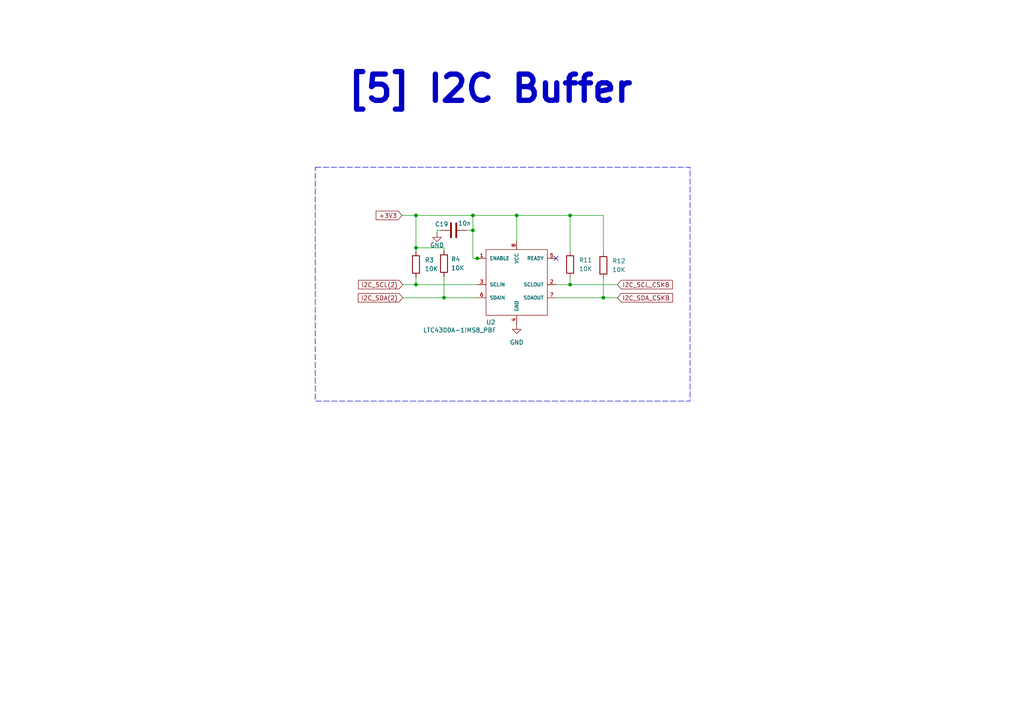
<source format=kicad_sch>
(kicad_sch (version 20250114) (generator "eeschema") (generator_version "9.0")
  (paper "A4")
  (lib_symbols
    (symbol "Device:C" (pin_numbers (hide yes)) (pin_names (offset 0.254))
      (property "Reference" "C" (at 0.635 2.54 0))
      (property "Value" "C" (at 0.635 -2.54 0))
      (symbol "C_0_1"
        (polyline (pts (xy -2.032 0.762) (xy 2.032 0.762)) (stroke (width 0.508)))
        (polyline (pts (xy -2.032 -0.762) (xy 2.032 -0.762)) (stroke (width 0.508)))
      )
      (symbol "C_1_1"
        (pin passive line (at 0 3.81 270) (length 2.794) (name "~") (number "1"))
        (pin passive line (at 0 -3.81 90) (length 2.794) (name "~") (number "2"))
      )
    )
    (symbol "Device:R" (pin_numbers (hide yes)) (pin_names (offset 0))
      (property "Reference" "R" (at 2.032 0 90))
      (property "Value" "R" (at 0 0 90))
      (symbol "R_0_1"
        (rectangle (start -1.016 -2.54) (end 1.016 2.54) (stroke (width 0.254)))
      )
      (symbol "R_1_1"
        (pin passive line (at 0 3.81 270) (length 1.27) (name "~") (number "1"))
        (pin passive line (at 0 -3.81 90) (length 1.27) (name "~") (number "2"))
      )
    )
    (symbol "capstone:LTC4300A-1IMS8_PBF" (pin_names (offset 1.016))
      (property "Reference" "U" (at 20.066 12.446 0))
      (property "Value" "LTC4300A-1IMS8_PBF" (at 20.066 9.144 0))
      (symbol "LTC4300A-1IMS8_PBF_0_0"
        (polyline (pts (xy 7.62 6.35) (xy 7.62 -12.7)) (stroke (width 0.1524)))
        (polyline (pts (xy 7.62 -12.7) (xy 25.4 -12.7)) (stroke (width 0.1524)))
        (polyline (pts (xy 25.4 6.35) (xy 7.62 6.35)) (stroke (width 0.1524)))
        (polyline (pts (xy 25.4 -12.7) (xy 25.4 6.35)) (stroke (width 0.1524)))
        (pin power_in line (at 16.51 8.89 270) (length 2.54) (name "VCC") (number "8"))
      )
      (symbol "LTC4300A-1IMS8_PBF_1_0"
        (pin bidirectional line (at 5.08 3.81 0) (length 2.54) (name "ENABLE") (number "1"))
        (pin input line (at 5.08 -3.81 0) (length 2.54) (name "SCLIN") (number "3"))
        (pin input line (at 5.08 -7.62 0) (length 2.54) (name "SDAIN") (number "6"))
        (pin power_in line (at 16.51 -15.24 90) (length 2.54) (name "GND") (number "4"))
        (pin bidirectional line (at 27.94 3.81 180) (length 2.54) (name "READY") (number "5"))
        (pin output line (at 27.94 -3.81 180) (length 2.54) (name "SCLOUT") (number "2"))
        (pin output line (at 27.94 -7.62 180) (length 2.54) (name "SDAOUT") (number "7"))
      )
    )
    (symbol "power:GND" (power) (pin_numbers (hide yes)) (pin_names (offset 0) (hide yes))
      (property "Value" "GND" (at 0 -3.81 0))
      (symbol "GND_0_1"
        (polyline (pts (xy 0 0) (xy 0 -1.27) (xy 1.27 -1.27) (xy 0 -2.54) (xy -1.27 -1.27) (xy 0 -1.27)))
      )
      (symbol "GND_1_1"
        (pin power_in line (at 0 0 270) (length 0) (name "~") (number "1"))
      )
    )
  )
  (rectangle (start 91.44 48.514) (end 200.152 116.332) (stroke (width 0) (type dash)))
  (text "[5] I2C Buffer" (at 142.24 25.908 0) (effects (font (size 7.62 7.62) (thickness 1.524) (bold yes))))
  (junction (at 128.778 86.36))
  (junction (at 138.43 74.93))
  (junction (at 120.65 71.882))
  (junction (at 137.16 66.802))
  (junction (at 149.86 62.484))
  (junction (at 165.354 82.55))
  (junction (at 175.006 86.36))
  (junction (at 120.65 82.55))
  (junction (at 165.354 62.484))
  (junction (at 120.65 62.484))
  (junction (at 137.16 62.484))
  (no_connect (at 161.29 74.93))
  (wire (pts (xy 137.16 66.802) (xy 137.16 74.93)))
  (wire (pts (xy 165.354 82.55) (xy 179.07 82.55)))
  (wire (pts (xy 120.65 80.518) (xy 120.65 82.55)))
  (wire (pts (xy 161.29 86.36) (xy 175.006 86.36)))
  (wire (pts (xy 116.84 86.36) (xy 128.778 86.36)))
  (wire (pts (xy 149.86 94.234) (xy 149.86 93.98)))
  (wire (pts (xy 138.43 74.93) (xy 137.16 74.93)))
  (wire (pts (xy 116.586 62.484) (xy 120.65 62.484)))
  (wire (pts (xy 126.746 67.564) (xy 126.746 66.802)))
  (wire (pts (xy 120.65 62.484) (xy 137.16 62.484)))
  (wire (pts (xy 138.684 74.93) (xy 138.43 74.93)))
  (wire (pts (xy 128.778 71.882) (xy 128.778 72.644)))
  (wire (pts (xy 126.746 66.802) (xy 127.762 66.802)))
  (wire (pts (xy 165.354 62.484) (xy 175.006 62.484)))
  (wire (pts (xy 137.16 62.484) (xy 149.86 62.484)))
  (wire (pts (xy 175.006 86.36) (xy 179.07 86.36)))
  (wire (pts (xy 161.29 82.55) (xy 165.354 82.55)))
  (wire (pts (xy 149.86 62.484) (xy 165.354 62.484)))
  (wire (pts (xy 120.65 71.882) (xy 120.65 72.898)))
  (wire (pts (xy 175.006 73.152) (xy 175.006 62.484)))
  (wire (pts (xy 120.65 62.484) (xy 120.65 71.882)))
  (wire (pts (xy 175.006 80.772) (xy 175.006 86.36)))
  (wire (pts (xy 165.354 80.518) (xy 165.354 82.55)))
  (wire (pts (xy 137.16 66.802) (xy 137.16 62.484)))
  (wire (pts (xy 116.84 82.55) (xy 120.65 82.55)))
  (wire (pts (xy 165.354 62.484) (xy 165.354 72.898)))
  (wire (pts (xy 135.382 66.802) (xy 137.16 66.802)))
  (wire (pts (xy 120.65 71.882) (xy 128.778 71.882)))
  (wire (pts (xy 149.86 62.484) (xy 149.86 69.85)))
  (wire (pts (xy 128.778 86.36) (xy 138.43 86.36)))
  (wire (pts (xy 128.778 80.264) (xy 128.778 86.36)))
  (wire (pts (xy 120.65 82.55) (xy 138.43 82.55)))
  (global_label "+3V3" (shape input) (at 116.586 62.484 180) (property "Intersheetrefs" "${INTERSHEET_REFS}" (effects (hide yes))))
  (global_label "I2C_SDA(2)" (shape input) (at 116.84 86.36 180) (property "Intersheetrefs" "${INTERSHEET_REFS}" (effects (hide yes))))
  (global_label "I2C_SCL(2)" (shape input) (at 116.84 82.55 180) (property "Intersheetrefs" "${INTERSHEET_REFS}" (effects (hide yes))))
  (global_label "I2C_SDA_CSKB" (shape input) (at 179.07 86.36 0) (property "Intersheetrefs" "${INTERSHEET_REFS}" (effects (hide yes))))
  (global_label "I2C_SCL_CSKB" (shape input) (at 179.07 82.55 0) (property "Intersheetrefs" "${INTERSHEET_REFS}" (effects (hide yes))))
  (symbol (lib_id "Device:R") (at 175.006 76.962 0) (unit 1)
    (property "Reference" "R12" (at 177.546 75.6919 0) (effects (justify left)))
    (property "Value" "10K" (at 177.546 78.2319 0) (effects (justify left)))
    (property "Footprint" "Resistor_SMD:R_0402_1005Metric" (effects (hide yes)))
    (property "Description" "Resistor" (effects (hide yes)))
  )
  (symbol (lib_id "power:GND") (at 126.746 67.564 0) (unit 1)
    (property "Reference" "#PWR27" (effects (hide yes)))
    (property "Value" "GND" (at 126.746 71.12 0))
  )
  (symbol (lib_id "capstone:LTC4300A-1IMS8_PBF") (at 133.35 78.74 0) (unit 1)
    (property "Reference" "U2" (at 140.97 93.472 0) (effects (justify left)))
    (property "Value" "LTC4300A-1IMS8_PBF" (at 122.682 95.758 0) (effects (justify left)))
    (property "Footprint" "adapter:LTC4300A-1IMS8_PBF" (effects (hide yes)))
    (property "VENDOR" "Linear Technology" (effects (hide yes)))
    (property "MANUFACTURER_PART_NUMBER" "ltc4300a1ims8" (effects (hide yes)))
  )
  (symbol (lib_id "Device:R") (at 120.65 76.708 0) (unit 1)
    (property "Reference" "R3" (at 123.19 75.4379 0) (effects (justify left)))
    (property "Value" "10K" (at 123.19 77.9779 0) (effects (justify left)))
    (property "Footprint" "Resistor_SMD:R_0402_1005Metric" (effects (hide yes)))
    (property "Description" "Resistor" (effects (hide yes)))
  )
  (symbol (lib_id "Device:R") (at 165.354 76.708 0) (unit 1)
    (property "Reference" "R11" (at 167.894 75.4379 0) (effects (justify left)))
    (property "Value" "10K" (at 167.894 77.9779 0) (effects (justify left)))
    (property "Footprint" "Resistor_SMD:R_0402_1005Metric" (effects (hide yes)))
    (property "Description" "Resistor" (effects (hide yes)))
  )
  (symbol (lib_id "Device:R") (at 128.778 76.454 0) (unit 1)
    (property "Reference" "R4" (at 130.81 75.1839 0) (effects (justify left)))
    (property "Value" "10K" (at 130.81 77.7239 0) (effects (justify left)))
    (property "Footprint" "Resistor_SMD:R_0402_1005Metric" (effects (hide yes)))
    (property "Description" "Resistor" (effects (hide yes)))
  )
  (symbol (lib_id "power:GND") (at 149.86 94.234 0) (unit 1)
    (property "Reference" "#PWR28" (effects (hide yes)))
    (property "Value" "GND" (at 149.86 99.314 0))
  )
  (symbol (lib_id "Device:C") (at 131.572 66.802 90) (unit 1)
    (property "Reference" "C19" (at 130.048 65.024 90) (effects (justify left)))
    (property "Value" "10n" (at 136.652 64.77 90) (effects (justify left)))
    (property "Footprint" "Capacitor_SMD:C_0402_1005Metric" (effects (hide yes)))
  )
)
</source>
